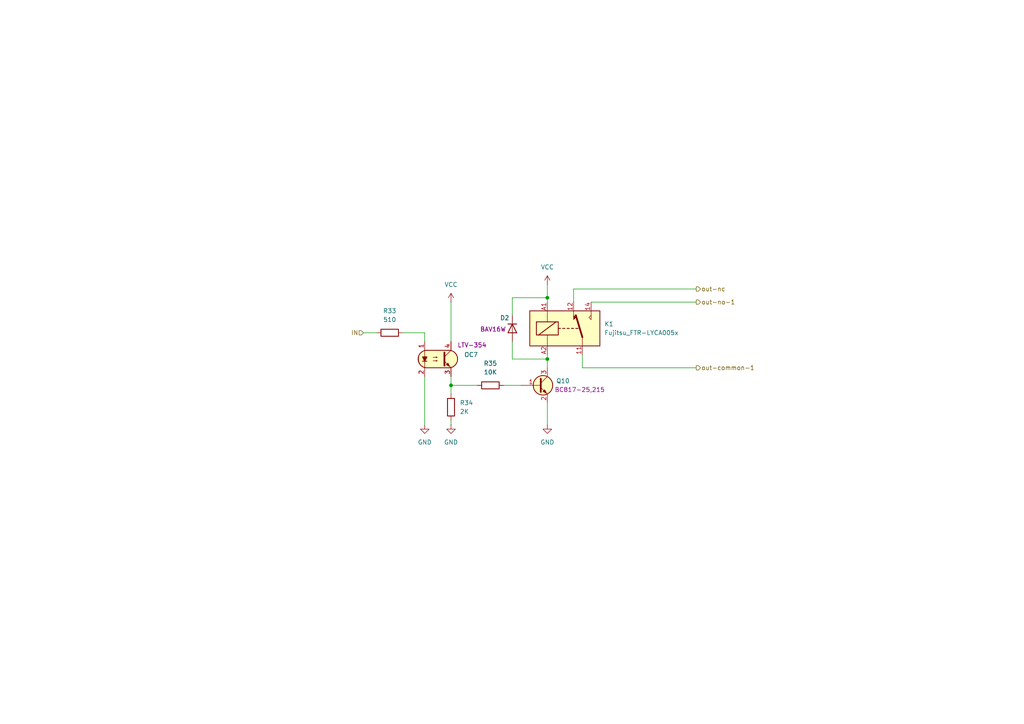
<source format=kicad_sch>
(kicad_sch
	(version 20250114)
	(generator "eeschema")
	(generator_version "9.0")
	(uuid "547fd6cc-3c49-47fb-9b3d-7ab80bd30b41")
	(paper "A4")
	(lib_symbols
		(symbol "Diode:1N4148WT"
			(pin_numbers
				(hide yes)
			)
			(pin_names
				(hide yes)
			)
			(exclude_from_sim no)
			(in_bom yes)
			(on_board yes)
			(property "Reference" "D"
				(at 0 2.54 0)
				(effects
					(font
						(size 1.27 1.27)
					)
				)
			)
			(property "Value" "1N4148WT"
				(at 0 -2.54 0)
				(effects
					(font
						(size 1.27 1.27)
					)
				)
			)
			(property "Footprint" "Diode_SMD:D_SOD-523"
				(at 0 -4.445 0)
				(effects
					(font
						(size 1.27 1.27)
					)
					(hide yes)
				)
			)
			(property "Datasheet" "https://www.diodes.com/assets/Datasheets/ds30396.pdf"
				(at 0 0 0)
				(effects
					(font
						(size 1.27 1.27)
					)
					(hide yes)
				)
			)
			(property "Description" "75V 0.15A Fast switching Diode, SOD-523"
				(at 0 0 0)
				(effects
					(font
						(size 1.27 1.27)
					)
					(hide yes)
				)
			)
			(property "Sim.Device" "D"
				(at 0 0 0)
				(effects
					(font
						(size 1.27 1.27)
					)
					(hide yes)
				)
			)
			(property "Sim.Pins" "1=K 2=A"
				(at 0 0 0)
				(effects
					(font
						(size 1.27 1.27)
					)
					(hide yes)
				)
			)
			(property "ki_keywords" "diode"
				(at 0 0 0)
				(effects
					(font
						(size 1.27 1.27)
					)
					(hide yes)
				)
			)
			(property "ki_fp_filters" "D*SOD?523*"
				(at 0 0 0)
				(effects
					(font
						(size 1.27 1.27)
					)
					(hide yes)
				)
			)
			(symbol "1N4148WT_0_1"
				(polyline
					(pts
						(xy -1.27 1.27) (xy -1.27 -1.27)
					)
					(stroke
						(width 0.254)
						(type default)
					)
					(fill
						(type none)
					)
				)
				(polyline
					(pts
						(xy 1.27 1.27) (xy 1.27 -1.27) (xy -1.27 0) (xy 1.27 1.27)
					)
					(stroke
						(width 0.254)
						(type default)
					)
					(fill
						(type none)
					)
				)
				(polyline
					(pts
						(xy 1.27 0) (xy -1.27 0)
					)
					(stroke
						(width 0)
						(type default)
					)
					(fill
						(type none)
					)
				)
			)
			(symbol "1N4148WT_1_1"
				(pin passive line
					(at -3.81 0 0)
					(length 2.54)
					(name "K"
						(effects
							(font
								(size 1.27 1.27)
							)
						)
					)
					(number "1"
						(effects
							(font
								(size 1.27 1.27)
							)
						)
					)
				)
				(pin passive line
					(at 3.81 0 180)
					(length 2.54)
					(name "A"
						(effects
							(font
								(size 1.27 1.27)
							)
						)
					)
					(number "2"
						(effects
							(font
								(size 1.27 1.27)
							)
						)
					)
				)
			)
			(embedded_fonts no)
		)
		(symbol "Optocoupler_AKL:FOD817S"
			(pin_names
				(offset 1.016)
			)
			(exclude_from_sim no)
			(in_bom yes)
			(on_board yes)
			(property "Reference" "OC"
				(at 6.35 1.27 0)
				(effects
					(font
						(size 1.27 1.27)
					)
					(justify left)
				)
			)
			(property "Value" "FOD817S"
				(at 6.35 -1.27 0)
				(effects
					(font
						(size 1.27 1.27)
					)
					(justify left)
				)
			)
			(property "Footprint" "Package_DIP_AKL:SMDIP-4_W9.53mm"
				(at -5.08 -5.08 0)
				(effects
					(font
						(size 1.27 1.27)
						(italic yes)
					)
					(justify left)
					(hide yes)
				)
			)
			(property "Datasheet" "https://www.tme.eu/Document/3a0358906a5fcb3aa253d025de809a1d/FOD814300W.PDF"
				(at 0 0 0)
				(effects
					(font
						(size 1.27 1.27)
					)
					(justify left)
					(hide yes)
				)
			)
			(property "Description" "SMDIP-4 Optocoupler, Transistor output, 5kV, 8us, Alternate KiCAD Library"
				(at 0 0 0)
				(effects
					(font
						(size 1.27 1.27)
					)
					(hide yes)
				)
			)
			(property "ki_keywords" "NPN Optocoupler transistor output bidirectional input FOD817"
				(at 0 0 0)
				(effects
					(font
						(size 1.27 1.27)
					)
					(hide yes)
				)
			)
			(property "ki_fp_filters" "DIP*W7.62mm*"
				(at 0 0 0)
				(effects
					(font
						(size 1.27 1.27)
					)
					(hide yes)
				)
			)
			(symbol "FOD817S_0_1"
				(polyline
					(pts
						(xy -4.445 -0.635) (xy -3.175 -0.635)
					)
					(stroke
						(width 0.254)
						(type default)
					)
					(fill
						(type none)
					)
				)
				(polyline
					(pts
						(xy -3.81 -0.635) (xy -4.445 0.635) (xy -3.175 0.635) (xy -3.81 -0.635)
					)
					(stroke
						(width 0.254)
						(type default)
					)
					(fill
						(type outline)
					)
				)
				(polyline
					(pts
						(xy -3.81 -2.54) (xy -3.81 -1.27) (xy -3.81 2.54)
					)
					(stroke
						(width 0.1524)
						(type default)
					)
					(fill
						(type none)
					)
				)
				(polyline
					(pts
						(xy -3.175 2.54) (xy 3.175 2.54)
					)
					(stroke
						(width 0.254)
						(type default)
					)
					(fill
						(type none)
					)
				)
				(arc
					(start -3.1975 -2.54)
					(mid -5.7151 0)
					(end -3.1975 2.54)
					(stroke
						(width 0.254)
						(type default)
					)
					(fill
						(type none)
					)
				)
				(polyline
					(pts
						(xy -2.54 2.54) (xy 3.429 2.54) (xy 4.318 2.286) (xy 4.699 2.032) (xy 5.08 1.651) (xy 5.461 1.016)
						(xy 5.715 0.381) (xy 5.715 -0.381) (xy 5.461 -1.143) (xy 4.826 -1.905) (xy 4.191 -2.286) (xy 3.302 -2.54)
						(xy -3.81 -2.54) (xy -3.81 -2.54) (xy -4.572 -2.032) (xy -5.08 -1.778) (xy -5.588 -0.508) (xy -5.588 0.254)
						(xy -5.588 1.016) (xy -5.08 1.778) (xy -4.318 2.286) (xy -3.556 2.54) (xy -2.54 2.54)
					)
					(stroke
						(width 0.01)
						(type default)
					)
					(fill
						(type background)
					)
				)
				(polyline
					(pts
						(xy -1.397 0.508) (xy -0.127 0.508) (xy -0.508 0.381) (xy -0.508 0.635) (xy -0.127 0.508)
					)
					(stroke
						(width 0)
						(type default)
					)
					(fill
						(type none)
					)
				)
				(polyline
					(pts
						(xy -1.397 -0.508) (xy -0.127 -0.508) (xy -0.508 -0.635) (xy -0.508 -0.381) (xy -0.127 -0.508)
					)
					(stroke
						(width 0)
						(type default)
					)
					(fill
						(type none)
					)
				)
				(polyline
					(pts
						(xy 1.905 1.905) (xy 1.905 -1.905) (xy 1.905 -1.905)
					)
					(stroke
						(width 0.508)
						(type default)
					)
					(fill
						(type none)
					)
				)
				(polyline
					(pts
						(xy 1.905 0.635) (xy 3.81 2.54)
					)
					(stroke
						(width 0)
						(type default)
					)
					(fill
						(type none)
					)
				)
				(polyline
					(pts
						(xy 2.413 -1.651) (xy 2.921 -1.143) (xy 3.429 -2.159) (xy 2.413 -1.651) (xy 2.413 -1.651)
					)
					(stroke
						(width 0)
						(type default)
					)
					(fill
						(type outline)
					)
				)
				(arc
					(start 3.1975 2.54)
					(mid 5.7151 0)
					(end 3.1975 -2.54)
					(stroke
						(width 0.254)
						(type default)
					)
					(fill
						(type none)
					)
				)
				(polyline
					(pts
						(xy 3.175 -2.54) (xy -3.175 -2.54)
					)
					(stroke
						(width 0.254)
						(type default)
					)
					(fill
						(type none)
					)
				)
				(polyline
					(pts
						(xy 3.81 -2.54) (xy 1.905 -0.635)
					)
					(stroke
						(width 0)
						(type default)
					)
					(fill
						(type outline)
					)
				)
			)
			(symbol "FOD817S_1_1"
				(pin passive line
					(at -3.81 5.08 270)
					(length 2.54)
					(name "~"
						(effects
							(font
								(size 1.27 1.27)
							)
						)
					)
					(number "1"
						(effects
							(font
								(size 1.27 1.27)
							)
						)
					)
				)
				(pin passive line
					(at -3.81 -5.08 90)
					(length 2.54)
					(name "~"
						(effects
							(font
								(size 1.27 1.27)
							)
						)
					)
					(number "2"
						(effects
							(font
								(size 1.27 1.27)
							)
						)
					)
				)
				(pin passive line
					(at 3.81 5.08 270)
					(length 2.54)
					(name "~"
						(effects
							(font
								(size 1.27 1.27)
							)
						)
					)
					(number "4"
						(effects
							(font
								(size 1.27 1.27)
							)
						)
					)
				)
				(pin passive line
					(at 3.81 -5.08 90)
					(length 2.54)
					(name "~"
						(effects
							(font
								(size 1.27 1.27)
							)
						)
					)
					(number "3"
						(effects
							(font
								(size 1.27 1.27)
							)
						)
					)
				)
			)
			(embedded_fonts no)
		)
		(symbol "Relay:Fujitsu_FTR-LYCA005x"
			(exclude_from_sim no)
			(in_bom yes)
			(on_board yes)
			(property "Reference" "K"
				(at 11.43 3.81 0)
				(effects
					(font
						(size 1.27 1.27)
					)
					(justify left)
				)
			)
			(property "Value" "Fujitsu_FTR-LYCA005x"
				(at 11.43 1.27 0)
				(effects
					(font
						(size 1.27 1.27)
					)
					(justify left)
				)
			)
			(property "Footprint" "Relay_THT:Relay_SPDT_Fujitsu_FTR-LYCA005x_FormC_Vertical"
				(at 11.43 -1.27 0)
				(effects
					(font
						(size 1.27 1.27)
					)
					(justify left)
					(hide yes)
				)
			)
			(property "Datasheet" "https://www.fujitsu.com/sg/imagesgig5/ftr-ly.pdf"
				(at 16.51 -3.81 0)
				(effects
					(font
						(size 1.27 1.27)
					)
					(justify left)
					(hide yes)
				)
			)
			(property "Description" "Relay, SPDT Form C, vertical mount, 5-60V coil, 6A, 250VAC, 28 x 5 x 15mm"
				(at 0 0 0)
				(effects
					(font
						(size 1.27 1.27)
					)
					(hide yes)
				)
			)
			(property "ki_keywords" "6A SPDT Relay"
				(at 0 0 0)
				(effects
					(font
						(size 1.27 1.27)
					)
					(hide yes)
				)
			)
			(property "ki_fp_filters" "Relay*Fujitsu*FTR?LYC*"
				(at 0 0 0)
				(effects
					(font
						(size 1.27 1.27)
					)
					(hide yes)
				)
			)
			(symbol "Fujitsu_FTR-LYCA005x_0_0"
				(polyline
					(pts
						(xy 7.62 5.08) (xy 7.62 2.54) (xy 6.985 3.175) (xy 7.62 3.81)
					)
					(stroke
						(width 0)
						(type default)
					)
					(fill
						(type none)
					)
				)
			)
			(symbol "Fujitsu_FTR-LYCA005x_0_1"
				(rectangle
					(start -10.16 5.08)
					(end 10.16 -5.08)
					(stroke
						(width 0.254)
						(type default)
					)
					(fill
						(type background)
					)
				)
				(rectangle
					(start -8.255 1.905)
					(end -1.905 -1.905)
					(stroke
						(width 0.254)
						(type default)
					)
					(fill
						(type none)
					)
				)
				(polyline
					(pts
						(xy -7.62 -1.905) (xy -2.54 1.905)
					)
					(stroke
						(width 0.254)
						(type default)
					)
					(fill
						(type none)
					)
				)
				(polyline
					(pts
						(xy -5.08 5.08) (xy -5.08 1.905)
					)
					(stroke
						(width 0)
						(type default)
					)
					(fill
						(type none)
					)
				)
				(polyline
					(pts
						(xy -5.08 -5.08) (xy -5.08 -1.905)
					)
					(stroke
						(width 0)
						(type default)
					)
					(fill
						(type none)
					)
				)
				(polyline
					(pts
						(xy -1.905 0) (xy -1.27 0)
					)
					(stroke
						(width 0.254)
						(type default)
					)
					(fill
						(type none)
					)
				)
				(polyline
					(pts
						(xy -0.635 0) (xy 0 0)
					)
					(stroke
						(width 0.254)
						(type default)
					)
					(fill
						(type none)
					)
				)
				(polyline
					(pts
						(xy 0.635 0) (xy 1.27 0)
					)
					(stroke
						(width 0.254)
						(type default)
					)
					(fill
						(type none)
					)
				)
				(polyline
					(pts
						(xy 1.905 0) (xy 2.54 0)
					)
					(stroke
						(width 0.254)
						(type default)
					)
					(fill
						(type none)
					)
				)
				(polyline
					(pts
						(xy 2.54 5.08) (xy 2.54 2.54) (xy 3.175 3.175) (xy 2.54 3.81)
					)
					(stroke
						(width 0)
						(type default)
					)
					(fill
						(type outline)
					)
				)
				(polyline
					(pts
						(xy 3.175 0) (xy 3.81 0)
					)
					(stroke
						(width 0.254)
						(type default)
					)
					(fill
						(type none)
					)
				)
				(polyline
					(pts
						(xy 5.08 -2.54) (xy 3.175 3.81)
					)
					(stroke
						(width 0.508)
						(type default)
					)
					(fill
						(type none)
					)
				)
				(polyline
					(pts
						(xy 5.08 -2.54) (xy 5.08 -5.08)
					)
					(stroke
						(width 0)
						(type default)
					)
					(fill
						(type none)
					)
				)
			)
			(symbol "Fujitsu_FTR-LYCA005x_1_1"
				(pin passive line
					(at -5.08 7.62 270)
					(length 2.54)
					(name "~"
						(effects
							(font
								(size 1.27 1.27)
							)
						)
					)
					(number "A1"
						(effects
							(font
								(size 1.27 1.27)
							)
						)
					)
				)
				(pin passive line
					(at -5.08 -7.62 90)
					(length 2.54)
					(name "~"
						(effects
							(font
								(size 1.27 1.27)
							)
						)
					)
					(number "A2"
						(effects
							(font
								(size 1.27 1.27)
							)
						)
					)
				)
				(pin passive line
					(at 2.54 7.62 270)
					(length 2.54)
					(name "~"
						(effects
							(font
								(size 1.27 1.27)
							)
						)
					)
					(number "12"
						(effects
							(font
								(size 1.27 1.27)
							)
						)
					)
				)
				(pin passive line
					(at 5.08 -7.62 90)
					(length 2.54)
					(name "~"
						(effects
							(font
								(size 1.27 1.27)
							)
						)
					)
					(number "11"
						(effects
							(font
								(size 1.27 1.27)
							)
						)
					)
				)
				(pin passive line
					(at 7.62 7.62 270)
					(length 2.54)
					(name "~"
						(effects
							(font
								(size 1.27 1.27)
							)
						)
					)
					(number "14"
						(effects
							(font
								(size 1.27 1.27)
							)
						)
					)
				)
			)
			(embedded_fonts no)
		)
		(symbol "Resistor_AKL:R_0603"
			(pin_numbers
				(hide yes)
			)
			(pin_names
				(offset 0)
			)
			(exclude_from_sim no)
			(in_bom yes)
			(on_board yes)
			(property "Reference" "R"
				(at 2.54 1.27 0)
				(effects
					(font
						(size 1.27 1.27)
					)
					(justify left)
				)
			)
			(property "Value" "R_0603"
				(at 2.54 -1.27 0)
				(effects
					(font
						(size 1.27 1.27)
					)
					(justify left)
				)
			)
			(property "Footprint" "Resistor_SMD_AKL:R_0603_1608Metric"
				(at 0 -11.43 0)
				(effects
					(font
						(size 1.27 1.27)
					)
					(hide yes)
				)
			)
			(property "Datasheet" "~"
				(at 0 0 0)
				(effects
					(font
						(size 1.27 1.27)
					)
					(hide yes)
				)
			)
			(property "Description" "SMD 0603 Chip Resistor, European Symbol, Alternate KiCad Library"
				(at 0 0 0)
				(effects
					(font
						(size 1.27 1.27)
					)
					(hide yes)
				)
			)
			(property "ki_keywords" "R res resistor eu SMD 0603"
				(at 0 0 0)
				(effects
					(font
						(size 1.27 1.27)
					)
					(hide yes)
				)
			)
			(property "ki_fp_filters" "R_*"
				(at 0 0 0)
				(effects
					(font
						(size 1.27 1.27)
					)
					(hide yes)
				)
			)
			(symbol "R_0603_0_1"
				(rectangle
					(start -1.016 2.54)
					(end 1.016 -2.54)
					(stroke
						(width 0.254)
						(type default)
					)
					(fill
						(type none)
					)
				)
			)
			(symbol "R_0603_0_2"
				(polyline
					(pts
						(xy -2.54 -2.54) (xy -1.524 -1.524)
					)
					(stroke
						(width 0)
						(type default)
					)
					(fill
						(type none)
					)
				)
				(polyline
					(pts
						(xy 1.524 1.524) (xy 2.54 2.54)
					)
					(stroke
						(width 0)
						(type default)
					)
					(fill
						(type none)
					)
				)
				(polyline
					(pts
						(xy 1.524 1.524) (xy 0.889 2.159) (xy -2.159 -0.889) (xy -0.889 -2.159) (xy 2.159 0.889) (xy 1.524 1.524)
					)
					(stroke
						(width 0.254)
						(type default)
					)
					(fill
						(type none)
					)
				)
			)
			(symbol "R_0603_1_1"
				(pin passive line
					(at 0 3.81 270)
					(length 1.27)
					(name "~"
						(effects
							(font
								(size 1.27 1.27)
							)
						)
					)
					(number "1"
						(effects
							(font
								(size 1.27 1.27)
							)
						)
					)
				)
				(pin passive line
					(at 0 -3.81 90)
					(length 1.27)
					(name "~"
						(effects
							(font
								(size 1.27 1.27)
							)
						)
					)
					(number "2"
						(effects
							(font
								(size 1.27 1.27)
							)
						)
					)
				)
			)
			(symbol "R_0603_1_2"
				(pin passive line
					(at -2.54 -2.54 0)
					(length 0)
					(name ""
						(effects
							(font
								(size 1.27 1.27)
							)
						)
					)
					(number "2"
						(effects
							(font
								(size 1.27 1.27)
							)
						)
					)
				)
				(pin passive line
					(at 2.54 2.54 180)
					(length 0)
					(name ""
						(effects
							(font
								(size 1.27 1.27)
							)
						)
					)
					(number "1"
						(effects
							(font
								(size 1.27 1.27)
							)
						)
					)
				)
			)
			(embedded_fonts no)
		)
		(symbol "Transistor_BJT_AKL:BFN26"
			(pin_names
				(hide yes)
			)
			(exclude_from_sim no)
			(in_bom yes)
			(on_board yes)
			(property "Reference" "Q"
				(at 5.08 1.27 0)
				(effects
					(font
						(size 1.27 1.27)
					)
					(justify left)
				)
			)
			(property "Value" "BFN26"
				(at 5.08 -1.27 0)
				(effects
					(font
						(size 1.27 1.27)
					)
					(justify left)
				)
			)
			(property "Footprint" "Package_TO_SOT_SMD_AKL:SOT-23"
				(at 5.08 2.54 0)
				(effects
					(font
						(size 1.27 1.27)
					)
					(hide yes)
				)
			)
			(property "Datasheet" "https://www.tme.eu/Document/43310f91a0e397761035f1d1abdd24c6/BFN24.pdf"
				(at 0 0 0)
				(effects
					(font
						(size 1.27 1.27)
					)
					(hide yes)
				)
			)
			(property "Description" "NPN SOT-23 high voltage transistor, 300V, 200mA, 360mW, Alternate KiCAD Library"
				(at 0 0 0)
				(effects
					(font
						(size 1.27 1.27)
					)
					(hide yes)
				)
			)
			(property "ki_keywords" "transistor NPN BFN26"
				(at 0 0 0)
				(effects
					(font
						(size 1.27 1.27)
					)
					(hide yes)
				)
			)
			(symbol "BFN26_0_1"
				(polyline
					(pts
						(xy 0.635 1.905) (xy 0.635 -1.905) (xy 0.635 -1.905)
					)
					(stroke
						(width 0.508)
						(type default)
					)
					(fill
						(type none)
					)
				)
				(polyline
					(pts
						(xy 0.635 0.635) (xy 2.54 2.54)
					)
					(stroke
						(width 0)
						(type default)
					)
					(fill
						(type none)
					)
				)
				(polyline
					(pts
						(xy 0.635 -0.635) (xy 2.54 -2.54) (xy 2.54 -2.54)
					)
					(stroke
						(width 0)
						(type default)
					)
					(fill
						(type none)
					)
				)
				(circle
					(center 1.27 0)
					(radius 2.8194)
					(stroke
						(width 0.254)
						(type default)
					)
					(fill
						(type background)
					)
				)
				(polyline
					(pts
						(xy 1.27 -1.778) (xy 1.778 -1.27) (xy 2.286 -2.286) (xy 1.27 -1.778) (xy 1.27 -1.778)
					)
					(stroke
						(width 0)
						(type default)
					)
					(fill
						(type outline)
					)
				)
			)
			(symbol "BFN26_1_1"
				(pin input line
					(at -5.08 0 0)
					(length 5.715)
					(name "B"
						(effects
							(font
								(size 1.27 1.27)
							)
						)
					)
					(number "1"
						(effects
							(font
								(size 1.27 1.27)
							)
						)
					)
				)
				(pin passive line
					(at 2.54 5.08 270)
					(length 2.54)
					(name "C"
						(effects
							(font
								(size 1.27 1.27)
							)
						)
					)
					(number "3"
						(effects
							(font
								(size 1.27 1.27)
							)
						)
					)
				)
				(pin passive line
					(at 2.54 -5.08 90)
					(length 2.54)
					(name "E"
						(effects
							(font
								(size 1.27 1.27)
							)
						)
					)
					(number "2"
						(effects
							(font
								(size 1.27 1.27)
							)
						)
					)
				)
			)
			(embedded_fonts no)
		)
		(symbol "power:GND"
			(power)
			(pin_numbers
				(hide yes)
			)
			(pin_names
				(offset 0)
				(hide yes)
			)
			(exclude_from_sim no)
			(in_bom yes)
			(on_board yes)
			(property "Reference" "#PWR"
				(at 0 -6.35 0)
				(effects
					(font
						(size 1.27 1.27)
					)
					(hide yes)
				)
			)
			(property "Value" "GND"
				(at 0 -3.81 0)
				(effects
					(font
						(size 1.27 1.27)
					)
				)
			)
			(property "Footprint" ""
				(at 0 0 0)
				(effects
					(font
						(size 1.27 1.27)
					)
					(hide yes)
				)
			)
			(property "Datasheet" ""
				(at 0 0 0)
				(effects
					(font
						(size 1.27 1.27)
					)
					(hide yes)
				)
			)
			(property "Description" "Power symbol creates a global label with name \"GND\" , ground"
				(at 0 0 0)
				(effects
					(font
						(size 1.27 1.27)
					)
					(hide yes)
				)
			)
			(property "ki_keywords" "global power"
				(at 0 0 0)
				(effects
					(font
						(size 1.27 1.27)
					)
					(hide yes)
				)
			)
			(symbol "GND_0_1"
				(polyline
					(pts
						(xy 0 0) (xy 0 -1.27) (xy 1.27 -1.27) (xy 0 -2.54) (xy -1.27 -1.27) (xy 0 -1.27)
					)
					(stroke
						(width 0)
						(type default)
					)
					(fill
						(type none)
					)
				)
			)
			(symbol "GND_1_1"
				(pin power_in line
					(at 0 0 270)
					(length 0)
					(name "~"
						(effects
							(font
								(size 1.27 1.27)
							)
						)
					)
					(number "1"
						(effects
							(font
								(size 1.27 1.27)
							)
						)
					)
				)
			)
			(embedded_fonts no)
		)
		(symbol "power:VCC"
			(power)
			(pin_numbers
				(hide yes)
			)
			(pin_names
				(offset 0)
				(hide yes)
			)
			(exclude_from_sim no)
			(in_bom yes)
			(on_board yes)
			(property "Reference" "#PWR"
				(at 0 -3.81 0)
				(effects
					(font
						(size 1.27 1.27)
					)
					(hide yes)
				)
			)
			(property "Value" "VCC"
				(at 0 3.556 0)
				(effects
					(font
						(size 1.27 1.27)
					)
				)
			)
			(property "Footprint" ""
				(at 0 0 0)
				(effects
					(font
						(size 1.27 1.27)
					)
					(hide yes)
				)
			)
			(property "Datasheet" ""
				(at 0 0 0)
				(effects
					(font
						(size 1.27 1.27)
					)
					(hide yes)
				)
			)
			(property "Description" "Power symbol creates a global label with name \"VCC\""
				(at 0 0 0)
				(effects
					(font
						(size 1.27 1.27)
					)
					(hide yes)
				)
			)
			(property "ki_keywords" "global power"
				(at 0 0 0)
				(effects
					(font
						(size 1.27 1.27)
					)
					(hide yes)
				)
			)
			(symbol "VCC_0_1"
				(polyline
					(pts
						(xy -0.762 1.27) (xy 0 2.54)
					)
					(stroke
						(width 0)
						(type default)
					)
					(fill
						(type none)
					)
				)
				(polyline
					(pts
						(xy 0 2.54) (xy 0.762 1.27)
					)
					(stroke
						(width 0)
						(type default)
					)
					(fill
						(type none)
					)
				)
				(polyline
					(pts
						(xy 0 0) (xy 0 2.54)
					)
					(stroke
						(width 0)
						(type default)
					)
					(fill
						(type none)
					)
				)
			)
			(symbol "VCC_1_1"
				(pin power_in line
					(at 0 0 90)
					(length 0)
					(name "~"
						(effects
							(font
								(size 1.27 1.27)
							)
						)
					)
					(number "1"
						(effects
							(font
								(size 1.27 1.27)
							)
						)
					)
				)
			)
			(embedded_fonts no)
		)
	)
	(junction
		(at 158.75 104.14)
		(diameter 0)
		(color 0 0 0 0)
		(uuid "9ec9d380-925e-4c94-8dbc-e5ebf0e2c088")
	)
	(junction
		(at 158.75 86.36)
		(diameter 0)
		(color 0 0 0 0)
		(uuid "ac35a6f1-3320-4921-88f6-11524744ea95")
	)
	(junction
		(at 130.81 111.76)
		(diameter 0)
		(color 0 0 0 0)
		(uuid "e5ef5f47-baf2-407f-97dd-b483c415a768")
	)
	(wire
		(pts
			(xy 130.81 114.3) (xy 130.81 111.76)
		)
		(stroke
			(width 0)
			(type default)
		)
		(uuid "10bff234-4df4-4880-b5f5-f270238b7da6")
	)
	(wire
		(pts
			(xy 148.59 104.14) (xy 158.75 104.14)
		)
		(stroke
			(width 0)
			(type default)
		)
		(uuid "17d3ed4d-bbca-4ea3-8193-05af0aa59eb7")
	)
	(wire
		(pts
			(xy 148.59 86.36) (xy 158.75 86.36)
		)
		(stroke
			(width 0)
			(type default)
		)
		(uuid "189221a5-51cf-493b-9efb-2fbdd69b91e9")
	)
	(wire
		(pts
			(xy 105.41 96.52) (xy 109.22 96.52)
		)
		(stroke
			(width 0)
			(type default)
		)
		(uuid "4656c877-c48b-4447-b3cb-50295ed71344")
	)
	(wire
		(pts
			(xy 123.19 109.22) (xy 123.19 123.19)
		)
		(stroke
			(width 0)
			(type default)
		)
		(uuid "577196c6-ede9-467c-9f75-4dffeff2ccc4")
	)
	(wire
		(pts
			(xy 168.91 102.87) (xy 168.91 106.68)
		)
		(stroke
			(width 0)
			(type default)
		)
		(uuid "58bc8e02-d7ad-4cce-bec3-6100d85e95e0")
	)
	(wire
		(pts
			(xy 148.59 99.06) (xy 148.59 104.14)
		)
		(stroke
			(width 0)
			(type default)
		)
		(uuid "7bee3177-aaea-459d-a0bb-9d23abe5d6fa")
	)
	(wire
		(pts
			(xy 130.81 111.76) (xy 130.81 109.22)
		)
		(stroke
			(width 0)
			(type default)
		)
		(uuid "7c64ea33-1a90-48e9-a873-57b4cb29e43e")
	)
	(wire
		(pts
			(xy 166.37 87.63) (xy 166.37 83.82)
		)
		(stroke
			(width 0)
			(type default)
		)
		(uuid "7e2e12f8-1f2d-4279-9bb7-b876126932cc")
	)
	(wire
		(pts
			(xy 168.91 106.68) (xy 201.93 106.68)
		)
		(stroke
			(width 0)
			(type default)
		)
		(uuid "86d3f533-0aa2-4709-a9bf-472b95015274")
	)
	(wire
		(pts
			(xy 158.75 116.84) (xy 158.75 123.19)
		)
		(stroke
			(width 0)
			(type default)
		)
		(uuid "8dcf9b98-0577-4490-ab1f-d3eef4592b2e")
	)
	(wire
		(pts
			(xy 130.81 87.63) (xy 130.81 99.06)
		)
		(stroke
			(width 0)
			(type default)
		)
		(uuid "9da3a4c5-5566-4662-bed9-f13ba803aeae")
	)
	(wire
		(pts
			(xy 148.59 91.44) (xy 148.59 86.36)
		)
		(stroke
			(width 0)
			(type default)
		)
		(uuid "a81a33ae-ae4d-44fa-b9fd-ea923ad12a90")
	)
	(wire
		(pts
			(xy 123.19 96.52) (xy 123.19 99.06)
		)
		(stroke
			(width 0)
			(type default)
		)
		(uuid "abbda6ec-db5a-4287-b0cd-f39aa0572e60")
	)
	(wire
		(pts
			(xy 158.75 102.87) (xy 158.75 104.14)
		)
		(stroke
			(width 0)
			(type default)
		)
		(uuid "ad70923a-7855-45cd-b7af-91c0e4e70af5")
	)
	(wire
		(pts
			(xy 166.37 83.82) (xy 201.93 83.82)
		)
		(stroke
			(width 0)
			(type default)
		)
		(uuid "b248cc96-5be0-48ac-8c43-2ba97142de9d")
	)
	(wire
		(pts
			(xy 116.84 96.52) (xy 123.19 96.52)
		)
		(stroke
			(width 0)
			(type default)
		)
		(uuid "b28b1806-b569-4c46-9d0c-aa0d0804d42a")
	)
	(wire
		(pts
			(xy 130.81 111.76) (xy 138.43 111.76)
		)
		(stroke
			(width 0)
			(type default)
		)
		(uuid "b9a0ee4d-6a39-4d13-b989-8b2c11075436")
	)
	(wire
		(pts
			(xy 158.75 104.14) (xy 158.75 106.68)
		)
		(stroke
			(width 0)
			(type default)
		)
		(uuid "bba6a41a-042a-4db8-86f9-bd0d0a8d8eef")
	)
	(wire
		(pts
			(xy 158.75 86.36) (xy 158.75 87.63)
		)
		(stroke
			(width 0)
			(type default)
		)
		(uuid "d8712d3f-689a-4317-b74e-66d75f9687fe")
	)
	(wire
		(pts
			(xy 158.75 82.55) (xy 158.75 86.36)
		)
		(stroke
			(width 0)
			(type default)
		)
		(uuid "df372f62-d4e2-4d3f-a6d1-7ca198b48b15")
	)
	(wire
		(pts
			(xy 171.45 87.63) (xy 201.93 87.63)
		)
		(stroke
			(width 0)
			(type default)
		)
		(uuid "e159a038-647c-48b3-a246-e9824c27f0f4")
	)
	(wire
		(pts
			(xy 130.81 121.92) (xy 130.81 123.19)
		)
		(stroke
			(width 0)
			(type default)
		)
		(uuid "f099eb32-fc07-435f-9493-3914e91207ee")
	)
	(wire
		(pts
			(xy 146.05 111.76) (xy 151.13 111.76)
		)
		(stroke
			(width 0)
			(type default)
		)
		(uuid "fa1d4524-3019-4122-b33d-2b77f76a787a")
	)
	(hierarchical_label "out-common-1"
		(shape output)
		(at 201.93 106.68 0)
		(effects
			(font
				(size 1.27 1.27)
			)
			(justify left)
		)
		(uuid "06edc358-dbca-475c-a665-24d2f33c06f1")
	)
	(hierarchical_label "out-nc"
		(shape output)
		(at 201.93 83.82 0)
		(effects
			(font
				(size 1.27 1.27)
			)
			(justify left)
		)
		(uuid "61ac334f-9ebe-4292-9b3b-4031fb09ca3c")
	)
	(hierarchical_label "out-no-1"
		(shape output)
		(at 201.93 87.63 0)
		(effects
			(font
				(size 1.27 1.27)
			)
			(justify left)
		)
		(uuid "77721d05-88bc-437f-ba85-0c9d3e4bdcd6")
	)
	(hierarchical_label "IN"
		(shape input)
		(at 105.41 96.52 180)
		(effects
			(font
				(size 1.27 1.27)
			)
			(justify right)
		)
		(uuid "cbf97875-7dea-41a3-af03-1b3c32a83d57")
	)
	(symbol
		(lib_id "Transistor_BJT_AKL:BFN26")
		(at 156.21 111.76 0)
		(unit 1)
		(exclude_from_sim no)
		(in_bom yes)
		(on_board yes)
		(dnp no)
		(uuid "12b9f526-b16f-419d-94cb-4ef775a29221")
		(property "Reference" "Q10"
			(at 161.29 110.4899 0)
			(effects
				(font
					(size 1.27 1.27)
				)
				(justify left)
			)
		)
		(property "Value" "BFN26"
			(at 161.29 113.0299 0)
			(effects
				(font
					(size 1.27 1.27)
				)
				(justify left)
				(hide yes)
			)
		)
		(property "Footprint" "Package_TO_SOT_SMD_AKL:SOT-23"
			(at 161.29 109.22 0)
			(effects
				(font
					(size 1.27 1.27)
				)
				(hide yes)
			)
		)
		(property "Datasheet" "https://www.tme.eu/Document/43310f91a0e397761035f1d1abdd24c6/BFN24.pdf"
			(at 156.21 111.76 0)
			(effects
				(font
					(size 1.27 1.27)
				)
				(hide yes)
			)
		)
		(property "Description" "NPN SOT-23 high voltage transistor, 300V, 200mA, 360mW, Alternate KiCAD Library"
			(at 156.21 111.76 0)
			(effects
				(font
					(size 1.27 1.27)
				)
				(hide yes)
			)
		)
		(property "Part number" "BC817-25,215"
			(at 168.148 113.03 0)
			(effects
				(font
					(size 1.27 1.27)
				)
			)
		)
		(pin "1"
			(uuid "f37aa29e-04e8-494a-8e39-c89cc0b93e3a")
		)
		(pin "2"
			(uuid "1acc1a3b-ee86-45e5-90b2-463c8c2fce8f")
		)
		(pin "3"
			(uuid "17f376fd-a77f-4f6b-8311-e4f3a65eb995")
		)
		(instances
			(project "Diseños de circuitos"
				(path "/65c875c0-73bd-43df-b6cd-4a685398cace/3b453a73-5bb7-4645-a7e8-6e186968fa05/300cbd4a-1c9e-448a-950a-bfd812e6e5a0"
					(reference "Q10")
					(unit 1)
				)
			)
		)
	)
	(symbol
		(lib_id "power:GND")
		(at 130.81 123.19 0)
		(unit 1)
		(exclude_from_sim no)
		(in_bom yes)
		(on_board yes)
		(dnp no)
		(fields_autoplaced yes)
		(uuid "15cb9452-e68d-40e2-bb3d-aaa54e1aa9fa")
		(property "Reference" "#PWR044"
			(at 130.81 129.54 0)
			(effects
				(font
					(size 1.27 1.27)
				)
				(hide yes)
			)
		)
		(property "Value" "GND"
			(at 130.81 128.27 0)
			(effects
				(font
					(size 1.27 1.27)
				)
			)
		)
		(property "Footprint" ""
			(at 130.81 123.19 0)
			(effects
				(font
					(size 1.27 1.27)
				)
				(hide yes)
			)
		)
		(property "Datasheet" ""
			(at 130.81 123.19 0)
			(effects
				(font
					(size 1.27 1.27)
				)
				(hide yes)
			)
		)
		(property "Description" "Power symbol creates a global label with name \"GND\" , ground"
			(at 130.81 123.19 0)
			(effects
				(font
					(size 1.27 1.27)
				)
				(hide yes)
			)
		)
		(pin "1"
			(uuid "349d2654-edf0-45d2-a1cc-ee5d0e314837")
		)
		(instances
			(project "Diseños de circuitos"
				(path "/65c875c0-73bd-43df-b6cd-4a685398cace/3b453a73-5bb7-4645-a7e8-6e186968fa05/300cbd4a-1c9e-448a-950a-bfd812e6e5a0"
					(reference "#PWR044")
					(unit 1)
				)
			)
		)
	)
	(symbol
		(lib_id "power:GND")
		(at 123.19 123.19 0)
		(unit 1)
		(exclude_from_sim no)
		(in_bom yes)
		(on_board yes)
		(dnp no)
		(fields_autoplaced yes)
		(uuid "199a82ac-cd03-4648-a54f-f2c780693962")
		(property "Reference" "#PWR043"
			(at 123.19 129.54 0)
			(effects
				(font
					(size 1.27 1.27)
				)
				(hide yes)
			)
		)
		(property "Value" "GND"
			(at 123.19 128.27 0)
			(effects
				(font
					(size 1.27 1.27)
				)
			)
		)
		(property "Footprint" ""
			(at 123.19 123.19 0)
			(effects
				(font
					(size 1.27 1.27)
				)
				(hide yes)
			)
		)
		(property "Datasheet" ""
			(at 123.19 123.19 0)
			(effects
				(font
					(size 1.27 1.27)
				)
				(hide yes)
			)
		)
		(property "Description" "Power symbol creates a global label with name \"GND\" , ground"
			(at 123.19 123.19 0)
			(effects
				(font
					(size 1.27 1.27)
				)
				(hide yes)
			)
		)
		(pin "1"
			(uuid "6d8b6312-d6e0-4763-a0b3-8cee53440274")
		)
		(instances
			(project "Diseños de circuitos"
				(path "/65c875c0-73bd-43df-b6cd-4a685398cace/3b453a73-5bb7-4645-a7e8-6e186968fa05/300cbd4a-1c9e-448a-950a-bfd812e6e5a0"
					(reference "#PWR043")
					(unit 1)
				)
			)
		)
	)
	(symbol
		(lib_id "Resistor_AKL:R_0603")
		(at 130.81 118.11 180)
		(unit 1)
		(exclude_from_sim no)
		(in_bom yes)
		(on_board yes)
		(dnp no)
		(fields_autoplaced yes)
		(uuid "1ca3b64e-bfa9-4407-86d4-0a3a44f9dc54")
		(property "Reference" "R34"
			(at 133.35 116.8399 0)
			(effects
				(font
					(size 1.27 1.27)
				)
				(justify right)
			)
		)
		(property "Value" "2K"
			(at 133.35 119.3799 0)
			(effects
				(font
					(size 1.27 1.27)
				)
				(justify right)
			)
		)
		(property "Footprint" "Resistor_SMD_AKL:R_0603_1608Metric"
			(at 130.81 106.68 0)
			(effects
				(font
					(size 1.27 1.27)
				)
				(hide yes)
			)
		)
		(property "Datasheet" "~"
			(at 130.81 118.11 0)
			(effects
				(font
					(size 1.27 1.27)
				)
				(hide yes)
			)
		)
		(property "Description" "SMD 0603 Chip Resistor, European Symbol, Alternate KiCad Library"
			(at 130.81 118.11 0)
			(effects
				(font
					(size 1.27 1.27)
				)
				(hide yes)
			)
		)
		(pin "2"
			(uuid "70ed86ac-96d8-4ba4-9cc4-7651562f6c02")
		)
		(pin "1"
			(uuid "779dd696-55b0-489d-bcf7-72508883cb54")
		)
		(instances
			(project "Diseños de circuitos"
				(path "/65c875c0-73bd-43df-b6cd-4a685398cace/3b453a73-5bb7-4645-a7e8-6e186968fa05/300cbd4a-1c9e-448a-950a-bfd812e6e5a0"
					(reference "R34")
					(unit 1)
				)
			)
		)
	)
	(symbol
		(lib_id "power:VCC")
		(at 130.81 87.63 0)
		(unit 1)
		(exclude_from_sim no)
		(in_bom yes)
		(on_board yes)
		(dnp no)
		(fields_autoplaced yes)
		(uuid "1e796936-8a1b-4573-875b-31131eb09b57")
		(property "Reference" "#PWR041"
			(at 130.81 91.44 0)
			(effects
				(font
					(size 1.27 1.27)
				)
				(hide yes)
			)
		)
		(property "Value" "VCC"
			(at 130.81 82.55 0)
			(effects
				(font
					(size 1.27 1.27)
				)
			)
		)
		(property "Footprint" ""
			(at 130.81 87.63 0)
			(effects
				(font
					(size 1.27 1.27)
				)
				(hide yes)
			)
		)
		(property "Datasheet" ""
			(at 130.81 87.63 0)
			(effects
				(font
					(size 1.27 1.27)
				)
				(hide yes)
			)
		)
		(property "Description" "Power symbol creates a global label with name \"VCC\""
			(at 130.81 87.63 0)
			(effects
				(font
					(size 1.27 1.27)
				)
				(hide yes)
			)
		)
		(pin "1"
			(uuid "aa9bd13c-6290-49d8-a282-b2de7a5f25e3")
		)
		(instances
			(project "Diseños de circuitos"
				(path "/65c875c0-73bd-43df-b6cd-4a685398cace/3b453a73-5bb7-4645-a7e8-6e186968fa05/300cbd4a-1c9e-448a-950a-bfd812e6e5a0"
					(reference "#PWR041")
					(unit 1)
				)
			)
		)
	)
	(symbol
		(lib_id "Resistor_AKL:R_0603")
		(at 142.24 111.76 270)
		(unit 1)
		(exclude_from_sim no)
		(in_bom yes)
		(on_board yes)
		(dnp no)
		(fields_autoplaced yes)
		(uuid "2337c5fc-3a48-4fdb-9c99-19430229b46c")
		(property "Reference" "R35"
			(at 142.24 105.41 90)
			(effects
				(font
					(size 1.27 1.27)
				)
			)
		)
		(property "Value" "10K"
			(at 142.24 107.95 90)
			(effects
				(font
					(size 1.27 1.27)
				)
			)
		)
		(property "Footprint" "Resistor_SMD_AKL:R_0603_1608Metric"
			(at 130.81 111.76 0)
			(effects
				(font
					(size 1.27 1.27)
				)
				(hide yes)
			)
		)
		(property "Datasheet" "~"
			(at 142.24 111.76 0)
			(effects
				(font
					(size 1.27 1.27)
				)
				(hide yes)
			)
		)
		(property "Description" "SMD 0603 Chip Resistor, European Symbol, Alternate KiCad Library"
			(at 142.24 111.76 0)
			(effects
				(font
					(size 1.27 1.27)
				)
				(hide yes)
			)
		)
		(pin "2"
			(uuid "dbea7883-298f-4a46-a72d-a051f5493cfb")
		)
		(pin "1"
			(uuid "5a476839-8699-4ce1-9ee8-cffae48220c7")
		)
		(instances
			(project "Diseños de circuitos"
				(path "/65c875c0-73bd-43df-b6cd-4a685398cace/3b453a73-5bb7-4645-a7e8-6e186968fa05/300cbd4a-1c9e-448a-950a-bfd812e6e5a0"
					(reference "R35")
					(unit 1)
				)
			)
		)
	)
	(symbol
		(lib_id "Optocoupler_AKL:FOD817S")
		(at 127 104.14 0)
		(unit 1)
		(exclude_from_sim no)
		(in_bom yes)
		(on_board yes)
		(dnp no)
		(uuid "31a32839-0e87-4378-8f3c-74da65c69436")
		(property "Reference" "OC7"
			(at 134.62 102.8699 0)
			(effects
				(font
					(size 1.27 1.27)
				)
				(justify left)
			)
		)
		(property "Value" "FOD817S"
			(at 134.62 105.4099 0)
			(effects
				(font
					(size 1.27 1.27)
				)
				(justify left)
				(hide yes)
			)
		)
		(property "Footprint" "Package_DIP_AKL:SMDIP-4_W9.53mm"
			(at 121.92 109.22 0)
			(effects
				(font
					(size 1.27 1.27)
					(italic yes)
				)
				(justify left)
				(hide yes)
			)
		)
		(property "Datasheet" "https://www.tme.eu/Document/3a0358906a5fcb3aa253d025de809a1d/FOD814300W.PDF"
			(at 127 104.14 0)
			(effects
				(font
					(size 1.27 1.27)
				)
				(justify left)
				(hide yes)
			)
		)
		(property "Description" "SMDIP-4 Optocoupler, Transistor output, 5kV, 8us, Alternate KiCAD Library"
			(at 127 104.14 0)
			(effects
				(font
					(size 1.27 1.27)
				)
				(hide yes)
			)
		)
		(property "Part Number" "LTV-354"
			(at 136.906 100.076 0)
			(effects
				(font
					(size 1.27 1.27)
				)
			)
		)
		(pin "3"
			(uuid "d8e206d9-045c-477c-98d9-d3ddefd8162d")
		)
		(pin "4"
			(uuid "3fd6e204-f9d8-4def-aaa2-72331c598469")
		)
		(pin "2"
			(uuid "ef3f4704-b87e-4253-9a75-e191cc599422")
		)
		(pin "1"
			(uuid "7b1ea8a6-8a0c-4059-9e89-7d2a77dda1f5")
		)
		(instances
			(project "Diseños de circuitos"
				(path "/65c875c0-73bd-43df-b6cd-4a685398cace/3b453a73-5bb7-4645-a7e8-6e186968fa05/300cbd4a-1c9e-448a-950a-bfd812e6e5a0"
					(reference "OC7")
					(unit 1)
				)
			)
		)
	)
	(symbol
		(lib_id "power:VCC")
		(at 158.75 82.55 0)
		(unit 1)
		(exclude_from_sim no)
		(in_bom yes)
		(on_board yes)
		(dnp no)
		(fields_autoplaced yes)
		(uuid "8ac22aa7-e3f9-447e-b802-18e9d611049f")
		(property "Reference" "#PWR045"
			(at 158.75 86.36 0)
			(effects
				(font
					(size 1.27 1.27)
				)
				(hide yes)
			)
		)
		(property "Value" "VCC"
			(at 158.75 77.47 0)
			(effects
				(font
					(size 1.27 1.27)
				)
			)
		)
		(property "Footprint" ""
			(at 158.75 82.55 0)
			(effects
				(font
					(size 1.27 1.27)
				)
				(hide yes)
			)
		)
		(property "Datasheet" ""
			(at 158.75 82.55 0)
			(effects
				(font
					(size 1.27 1.27)
				)
				(hide yes)
			)
		)
		(property "Description" "Power symbol creates a global label with name \"VCC\""
			(at 158.75 82.55 0)
			(effects
				(font
					(size 1.27 1.27)
				)
				(hide yes)
			)
		)
		(pin "1"
			(uuid "2c1ad815-cc46-4d25-a6f4-b6eb5e4f3bb7")
		)
		(instances
			(project "Diseños de circuitos"
				(path "/65c875c0-73bd-43df-b6cd-4a685398cace/3b453a73-5bb7-4645-a7e8-6e186968fa05/300cbd4a-1c9e-448a-950a-bfd812e6e5a0"
					(reference "#PWR045")
					(unit 1)
				)
			)
		)
	)
	(symbol
		(lib_id "Relay:Fujitsu_FTR-LYCA005x")
		(at 163.83 95.25 0)
		(unit 1)
		(exclude_from_sim no)
		(in_bom yes)
		(on_board yes)
		(dnp no)
		(fields_autoplaced yes)
		(uuid "95afca37-786d-4fce-be33-dcf4def4b0d0")
		(property "Reference" "K1"
			(at 175.26 93.9799 0)
			(effects
				(font
					(size 1.27 1.27)
				)
				(justify left)
			)
		)
		(property "Value" "Fujitsu_FTR-LYCA005x"
			(at 175.26 96.5199 0)
			(effects
				(font
					(size 1.27 1.27)
				)
				(justify left)
			)
		)
		(property "Footprint" "Relay_THT:Relay_SPDT_Fujitsu_FTR-LYCA005x_FormC_Vertical"
			(at 175.26 96.52 0)
			(effects
				(font
					(size 1.27 1.27)
				)
				(justify left)
				(hide yes)
			)
		)
		(property "Datasheet" "https://www.fujitsu.com/sg/imagesgig5/ftr-ly.pdf"
			(at 180.34 99.06 0)
			(effects
				(font
					(size 1.27 1.27)
				)
				(justify left)
				(hide yes)
			)
		)
		(property "Description" "Relay, SPDT Form C, vertical mount, 5-60V coil, 6A, 250VAC, 28 x 5 x 15mm"
			(at 163.83 95.25 0)
			(effects
				(font
					(size 1.27 1.27)
				)
				(hide yes)
			)
		)
		(pin "14"
			(uuid "0dd9d810-0dc6-4bc0-abca-e08d95b9f552")
		)
		(pin "A1"
			(uuid "f021cd4f-d97e-4ea2-9248-ceb7cf742c4d")
		)
		(pin "A2"
			(uuid "3999349a-1265-4b58-9f2e-ae8d052262c3")
		)
		(pin "11"
			(uuid "916d9568-b3e7-4b7c-a073-b2b5794a61c1")
		)
		(pin "12"
			(uuid "11f11d8d-b9a5-4cfd-b29b-f749f0553958")
		)
		(instances
			(project ""
				(path "/65c875c0-73bd-43df-b6cd-4a685398cace/3b453a73-5bb7-4645-a7e8-6e186968fa05/300cbd4a-1c9e-448a-950a-bfd812e6e5a0"
					(reference "K1")
					(unit 1)
				)
			)
		)
	)
	(symbol
		(lib_id "Diode:1N4148WT")
		(at 148.59 95.25 270)
		(unit 1)
		(exclude_from_sim no)
		(in_bom yes)
		(on_board yes)
		(dnp no)
		(uuid "a03372db-65d6-464d-a787-2ba28d26405d")
		(property "Reference" "D2"
			(at 145.034 92.202 90)
			(effects
				(font
					(size 1.27 1.27)
				)
				(justify left)
			)
		)
		(property "Value" "1N4148WT"
			(at 136.906 95.25 90)
			(effects
				(font
					(size 1.27 1.27)
				)
				(justify left)
				(hide yes)
			)
		)
		(property "Footprint" "Diode_SMD:D_SOD-523"
			(at 144.145 95.25 0)
			(effects
				(font
					(size 1.27 1.27)
				)
				(hide yes)
			)
		)
		(property "Datasheet" "https://www.diodes.com/assets/Datasheets/ds30396.pdf"
			(at 148.59 95.25 0)
			(effects
				(font
					(size 1.27 1.27)
				)
				(hide yes)
			)
		)
		(property "Description" "75V 0.15A Fast switching Diode, SOD-523"
			(at 148.59 95.25 0)
			(effects
				(font
					(size 1.27 1.27)
				)
				(hide yes)
			)
		)
		(property "Sim.Device" "D"
			(at 148.59 95.25 0)
			(effects
				(font
					(size 1.27 1.27)
				)
				(hide yes)
			)
		)
		(property "Sim.Pins" "1=K 2=A"
			(at 148.59 95.25 0)
			(effects
				(font
					(size 1.27 1.27)
				)
				(hide yes)
			)
		)
		(property "Part number" "BAV16W"
			(at 143.002 95.504 90)
			(effects
				(font
					(size 1.27 1.27)
				)
			)
		)
		(pin "1"
			(uuid "cbe6c9f5-6ef7-420c-9ba4-77e0b1606c0e")
		)
		(pin "2"
			(uuid "accb9110-14d1-49a4-b9af-145e11103bef")
		)
		(instances
			(project ""
				(path "/65c875c0-73bd-43df-b6cd-4a685398cace/3b453a73-5bb7-4645-a7e8-6e186968fa05/300cbd4a-1c9e-448a-950a-bfd812e6e5a0"
					(reference "D2")
					(unit 1)
				)
			)
		)
	)
	(symbol
		(lib_id "Resistor_AKL:R_0603")
		(at 113.03 96.52 90)
		(unit 1)
		(exclude_from_sim no)
		(in_bom yes)
		(on_board yes)
		(dnp no)
		(fields_autoplaced yes)
		(uuid "acc4334e-fd67-4eab-9c19-320eb44f62b2")
		(property "Reference" "R33"
			(at 113.03 90.17 90)
			(effects
				(font
					(size 1.27 1.27)
				)
			)
		)
		(property "Value" "510"
			(at 113.03 92.71 90)
			(effects
				(font
					(size 1.27 1.27)
				)
			)
		)
		(property "Footprint" "Resistor_SMD_AKL:R_0603_1608Metric"
			(at 124.46 96.52 0)
			(effects
				(font
					(size 1.27 1.27)
				)
				(hide yes)
			)
		)
		(property "Datasheet" "~"
			(at 113.03 96.52 0)
			(effects
				(font
					(size 1.27 1.27)
				)
				(hide yes)
			)
		)
		(property "Description" "SMD 0603 Chip Resistor, European Symbol, Alternate KiCad Library"
			(at 113.03 96.52 0)
			(effects
				(font
					(size 1.27 1.27)
				)
				(hide yes)
			)
		)
		(pin "2"
			(uuid "9a8cc6dd-0e26-4adb-a055-8d6284c220a9")
		)
		(pin "1"
			(uuid "03bde481-22a3-40a1-8ada-85432a9df755")
		)
		(instances
			(project "Diseños de circuitos"
				(path "/65c875c0-73bd-43df-b6cd-4a685398cace/3b453a73-5bb7-4645-a7e8-6e186968fa05/300cbd4a-1c9e-448a-950a-bfd812e6e5a0"
					(reference "R33")
					(unit 1)
				)
			)
		)
	)
	(symbol
		(lib_id "power:GND")
		(at 158.75 123.19 0)
		(unit 1)
		(exclude_from_sim no)
		(in_bom yes)
		(on_board yes)
		(dnp no)
		(fields_autoplaced yes)
		(uuid "f2313880-01cb-45c2-a99c-1a2c8633e52f")
		(property "Reference" "#PWR042"
			(at 158.75 129.54 0)
			(effects
				(font
					(size 1.27 1.27)
				)
				(hide yes)
			)
		)
		(property "Value" "GND"
			(at 158.75 128.27 0)
			(effects
				(font
					(size 1.27 1.27)
				)
			)
		)
		(property "Footprint" ""
			(at 158.75 123.19 0)
			(effects
				(font
					(size 1.27 1.27)
				)
				(hide yes)
			)
		)
		(property "Datasheet" ""
			(at 158.75 123.19 0)
			(effects
				(font
					(size 1.27 1.27)
				)
				(hide yes)
			)
		)
		(property "Description" "Power symbol creates a global label with name \"GND\" , ground"
			(at 158.75 123.19 0)
			(effects
				(font
					(size 1.27 1.27)
				)
				(hide yes)
			)
		)
		(pin "1"
			(uuid "e553dba0-fb31-4ba9-9ebe-e21fdbb4c8e4")
		)
		(instances
			(project "Diseños de circuitos"
				(path "/65c875c0-73bd-43df-b6cd-4a685398cace/3b453a73-5bb7-4645-a7e8-6e186968fa05/300cbd4a-1c9e-448a-950a-bfd812e6e5a0"
					(reference "#PWR042")
					(unit 1)
				)
			)
		)
	)
)

</source>
